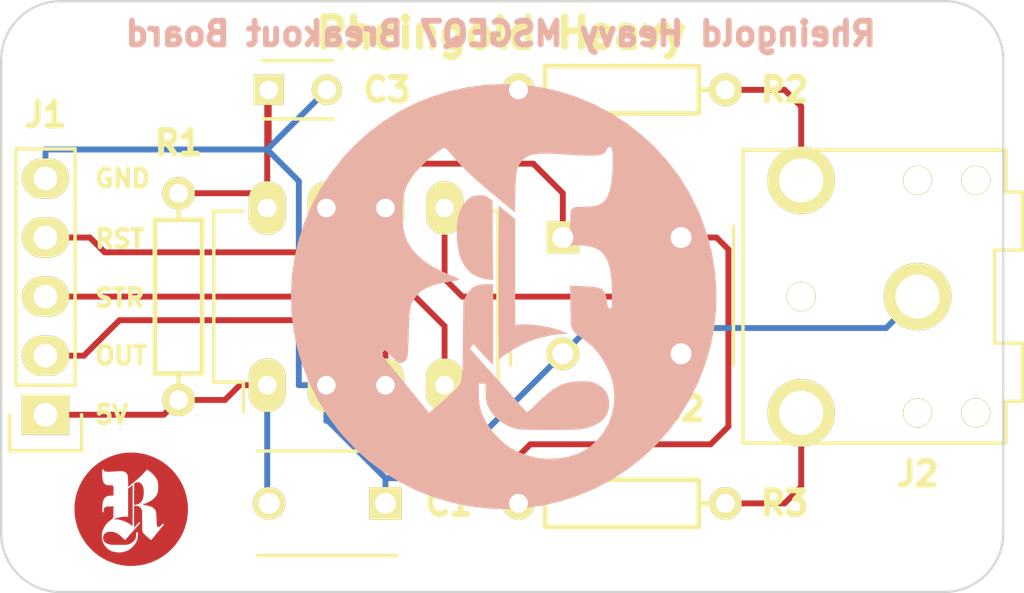
<source format=kicad_pcb>
(kicad_pcb (version 20171130) (host pcbnew "(5.1.12)-1")

  (general
    (thickness 1.6)
    (drawings 15)
    (tracks 78)
    (zones 0)
    (modules 13)
    (nets 12)
  )

  (page A3)
  (layers
    (0 F.Cu signal)
    (31 B.Cu signal)
    (32 B.Adhes user)
    (33 F.Adhes user hide)
    (34 B.Paste user)
    (35 F.Paste user)
    (36 B.SilkS user)
    (37 F.SilkS user)
    (38 B.Mask user)
    (39 F.Mask user)
    (40 Dwgs.User user)
    (41 Cmts.User user)
    (42 Eco1.User user)
    (43 Eco2.User user)
    (44 Edge.Cuts user)
  )

  (setup
    (last_trace_width 0.254)
    (trace_clearance 0.254)
    (zone_clearance 0.254)
    (zone_45_only no)
    (trace_min 0.254)
    (via_size 0.889)
    (via_drill 0.635)
    (via_min_size 0.889)
    (via_min_drill 0.508)
    (uvia_size 0.508)
    (uvia_drill 0.127)
    (uvias_allowed no)
    (uvia_min_size 0.508)
    (uvia_min_drill 0.127)
    (edge_width 0.1)
    (segment_width 0.2)
    (pcb_text_width 0.3)
    (pcb_text_size 1.5 1.5)
    (mod_edge_width 0.15)
    (mod_text_size 1 1)
    (mod_text_width 0.15)
    (pad_size 2.9 2.9)
    (pad_drill 1.9)
    (pad_to_mask_clearance 0)
    (aux_axis_origin 0 0)
    (visible_elements 7FFFFB3F)
    (pcbplotparams
      (layerselection 0x010f0_80000001)
      (usegerberextensions true)
      (usegerberattributes true)
      (usegerberadvancedattributes true)
      (creategerberjobfile true)
      (excludeedgelayer true)
      (linewidth 0.150000)
      (plotframeref false)
      (viasonmask false)
      (mode 1)
      (useauxorigin false)
      (hpglpennumber 1)
      (hpglpenspeed 20)
      (hpglpendiameter 15.000000)
      (psnegative false)
      (psa4output false)
      (plotreference true)
      (plotvalue true)
      (plotinvisibletext false)
      (padsonsilk false)
      (subtractmaskfromsilk false)
      (outputformat 1)
      (mirror false)
      (drillshape 0)
      (scaleselection 1)
      (outputdirectory "Gerbers - Production v2/"))
  )

  (net 0 "")
  (net 1 +5V)
  (net 2 GND)
  (net 3 OUT)
  (net 4 RESET_IN)
  (net 5 STROBE)
  (net 6 "Net-(C2-Pad1)")
  (net 7 "Net-(C2-Pad2)")
  (net 8 "Net-(C3-Pad1)")
  (net 9 "Net-(C4-Pad1)")
  (net 10 "Net-(J2-Pad2)")
  (net 11 "Net-(J2-Pad3)")

  (net_class Default "This is the default net class."
    (clearance 0.254)
    (trace_width 0.254)
    (via_dia 0.889)
    (via_drill 0.635)
    (uvia_dia 0.508)
    (uvia_drill 0.127)
    (add_net +5V)
    (add_net GND)
    (add_net "Net-(C2-Pad1)")
    (add_net "Net-(C2-Pad2)")
    (add_net "Net-(C3-Pad1)")
    (add_net "Net-(C4-Pad1)")
    (add_net "Net-(J2-Pad2)")
    (add_net "Net-(J2-Pad3)")
    (add_net OUT)
    (add_net RESET_IN)
    (add_net STROBE)
  )

  (module 3.5mm_Stereo_Jack_SJ1-3523NG (layer F.Cu) (tedit 563051D9) (tstamp 54CACEDB)
    (at 226.568 141.224 180)
    (path /54669DC4)
    (fp_text reference J2 (at 0 -7.62 180) (layer F.SilkS)
      (effects (font (size 1.016 1.016) (thickness 0.254)))
    )
    (fp_text value STEREO_MINI_JACK (at 0 7.9 180) (layer F.SilkS) hide
      (effects (font (size 1 1) (thickness 0.15)))
    )
    (fp_line (start -3.3 2) (end -4.5 2) (layer F.SilkS) (width 0.15))
    (fp_line (start -3.3 -2) (end -3.3 2) (layer F.SilkS) (width 0.15))
    (fp_line (start -4.5 -2) (end -3.3 -2) (layer F.SilkS) (width 0.15))
    (fp_line (start -4.5 -4.5) (end -4.5 -2) (layer F.SilkS) (width 0.15))
    (fp_line (start -4.5 4.5) (end -4.5 2) (layer F.SilkS) (width 0.15))
    (fp_line (start 7.5 -6.3) (end 7.5 6.3) (layer F.SilkS) (width 0.15))
    (fp_line (start 7.5 -6.3) (end -3.5 -6.3) (layer F.SilkS) (width 0.15))
    (fp_line (start 7.5 6.3) (end -3.5 6.3) (layer F.SilkS) (width 0.15))
    (fp_line (start -3.8 6.3) (end -3.8 4.5) (layer F.SilkS) (width 0.15))
    (fp_line (start -3.5 6.3) (end -3.8 6.3) (layer F.SilkS) (width 0.15))
    (fp_line (start -3.8 4.5) (end -4.5 4.5) (layer F.SilkS) (width 0.15))
    (fp_line (start -3.8 -4.5) (end -3.8 -6.3) (layer F.SilkS) (width 0.15))
    (fp_line (start -3.5 -6.3) (end -3.8 -6.3) (layer F.SilkS) (width 0.15))
    (fp_line (start -3.8 -4.5) (end -4.5 -4.5) (layer F.SilkS) (width 0.15))
    (pad 1 thru_hole circle (at 0 0 180) (size 2.9 2.9) (drill 1.9) (layers *.Cu *.Mask F.SilkS)
      (net 2 GND))
    (pad 2 thru_hole circle (at 5 5 180) (size 2.9 2.9) (drill 1.9) (layers *.Cu *.Mask F.SilkS)
      (net 10 "Net-(J2-Pad2)"))
    (pad 3 thru_hole circle (at 5 -5 180) (size 2.9 2.9) (drill 1.9) (layers *.Cu *.Mask F.SilkS)
      (net 11 "Net-(J2-Pad3)"))
    (pad "" np_thru_hole circle (at 5 0 180) (size 1.25 1.25) (drill 1.2) (layers *.Cu *.Mask F.SilkS))
    (pad "" np_thru_hole circle (at 0 -5 180) (size 1.25 1.25) (drill 1.2) (layers *.Cu *.Mask F.SilkS))
    (pad "" np_thru_hole circle (at 0 5 180) (size 1.25 1.25) (drill 1.2) (layers *.Cu *.Mask F.SilkS))
    (pad "" np_thru_hole circle (at -2.5 5 180) (size 1.25 1.25) (drill 1.2) (layers *.Cu *.Mask F.SilkS))
    (pad "" np_thru_hole circle (at -2.5 -5 180) (size 1.25 1.25) (drill 1.2) (layers *.Cu *.Mask F.SilkS))
  )

  (module Logo_RH_Circle_R__F.Cu_.2in (layer F.Cu) (tedit 0) (tstamp 54CBEFC6)
    (at 192.786 150.368)
    (fp_text reference VAL_3 (at 0 0) (layer F.SilkS) hide
      (effects (font (size 0.381 0.381) (thickness 0.127)))
    )
    (fp_text value REF (at 0 0) (layer F.SilkS) hide
      (effects (font (size 0.381 0.381) (thickness 0.127)))
    )
    (fp_poly (pts (xy 0.53848 -0.72898) (xy 0.5334 -0.60706) (xy 0.51308 -0.50038) (xy 0.4826 -0.40894)
      (xy 0.43942 -0.33274) (xy 0.381 -0.27432) (xy 0.35814 -0.25654) (xy 0.30988 -0.23114)
      (xy 0.25146 -0.21082) (xy 0.19304 -0.19558) (xy 0.15494 -0.19304) (xy 0.12192 -0.19304)
      (xy 0.12446 -0.6477) (xy 0.127 -1.10236) (xy 0.17018 -1.13284) (xy 0.20066 -1.15062)
      (xy 0.22606 -1.16078) (xy 0.25908 -1.16332) (xy 0.27686 -1.16332) (xy 0.33528 -1.15824)
      (xy 0.381 -1.14046) (xy 0.42164 -1.10744) (xy 0.43434 -1.09474) (xy 0.47498 -1.03886)
      (xy 0.508 -0.96774) (xy 0.52832 -0.88392) (xy 0.53594 -0.78232) (xy 0.53848 -0.72898)) (layer F.Cu) (width 0.00254))
    (fp_poly (pts (xy 0.05842 0.0635) (xy 0.05842 0.19304) (xy 0.05842 0.2794) (xy 0.05588 0.71882)
      (xy 0.01524 0.68834) (xy -0.11938 0.59944) (xy -0.25908 0.52832) (xy -0.40132 0.47498)
      (xy -0.54864 0.44196) (xy -0.6096 0.43434) (xy -0.73406 0.42164) (xy -0.68834 0.40386)
      (xy -0.6223 0.37846) (xy -0.54102 0.35814) (xy -0.45466 0.33782) (xy -0.3683 0.32512)
      (xy -0.28702 0.32004) (xy -0.2159 0.3175) (xy -0.19558 0.32004) (xy -0.13208 0.32766)
      (xy -0.13208 -0.28194) (xy -0.13208 -0.889) (xy -0.0381 -0.96774) (xy 0.05588 -1.04394)
      (xy 0.05842 -0.60452) (xy 0.05842 -0.48768) (xy 0.05842 -0.3556) (xy 0.05842 -0.2159)
      (xy 0.05842 -0.07366) (xy 0.05842 0.0635)) (layer F.Cu) (width 0.00254))
    (fp_poly (pts (xy 2.4384 -0.03048) (xy 2.43078 0.1778) (xy 2.40792 0.38354) (xy 2.36474 0.58928)
      (xy 2.30632 0.78994) (xy 2.22758 0.98806) (xy 2.1336 1.17856) (xy 2.0193 1.36398)
      (xy 1.88722 1.53924) (xy 1.84404 1.59258) (xy 1.69672 1.74752) (xy 1.53924 1.88976)
      (xy 1.397 1.99644) (xy 1.397 0.65786) (xy 1.3843 0.63754) (xy 1.38176 0.635)
      (xy 1.36144 0.61214) (xy 1.28778 0.6858) (xy 1.25222 0.72136) (xy 1.22428 0.74422)
      (xy 1.20396 0.75692) (xy 1.18872 0.762) (xy 1.1811 0.762) (xy 1.14554 0.75438)
      (xy 1.1176 0.72644) (xy 1.1049 0.70104) (xy 1.10236 0.6858) (xy 1.09982 0.65024)
      (xy 1.09474 0.60198) (xy 1.0922 0.54102) (xy 1.08966 0.47498) (xy 1.08712 0.41148)
      (xy 1.08458 0.32512) (xy 1.08204 0.25654) (xy 1.0795 0.20066) (xy 1.07442 0.15748)
      (xy 1.06934 0.12446) (xy 1.06172 0.09652) (xy 1.05156 0.07112) (xy 1.03886 0.04826)
      (xy 1.03124 0.03556) (xy 0.99314 -0.01778) (xy 0.94234 -0.0635) (xy 0.87884 -0.1016)
      (xy 0.8001 -0.13208) (xy 0.70358 -0.15748) (xy 0.6096 -0.17272) (xy 0.55626 -0.18034)
      (xy 0.5207 -0.18796) (xy 0.50546 -0.19304) (xy 0.508 -0.20066) (xy 0.52832 -0.21336)
      (xy 0.56642 -0.2286) (xy 0.58928 -0.23876) (xy 0.69596 -0.28448) (xy 0.7874 -0.3302)
      (xy 0.8636 -0.37592) (xy 0.92964 -0.42418) (xy 0.98806 -0.47498) (xy 1.00584 -0.49276)
      (xy 1.05918 -0.5588) (xy 1.09982 -0.62484) (xy 1.1303 -0.6985) (xy 1.14808 -0.78232)
      (xy 1.15824 -0.87884) (xy 1.16078 -0.96012) (xy 1.15824 -1.05918) (xy 1.14808 -1.143)
      (xy 1.1303 -1.2192) (xy 1.10236 -1.28524) (xy 1.06172 -1.35382) (xy 1.01092 -1.4224)
      (xy 0.99568 -1.44018) (xy 0.95758 -1.48082) (xy 0.9144 -1.524) (xy 0.86614 -1.56972)
      (xy 0.82042 -1.61036) (xy 0.7747 -1.64592) (xy 0.73152 -1.6764) (xy 0.70104 -1.69672)
      (xy 0.67818 -1.70688) (xy 0.67564 -1.70688) (xy 0.66548 -1.69926) (xy 0.64516 -1.67894)
      (xy 0.61722 -1.64846) (xy 0.5842 -1.61036) (xy 0.56896 -1.59512) (xy 0.52578 -1.54432)
      (xy 0.48006 -1.49352) (xy 0.4318 -1.44526) (xy 0.37592 -1.39192) (xy 0.31242 -1.33604)
      (xy 0.2413 -1.27254) (xy 0.15494 -1.19888) (xy 0.0762 -1.13284) (xy -0.127 -0.9652)
      (xy -0.13208 -1.18618) (xy -0.13716 -1.27508) (xy -0.1397 -1.3462) (xy -0.14478 -1.40208)
      (xy -0.1524 -1.4478) (xy -0.16256 -1.48336) (xy -0.1778 -1.5113) (xy -0.19558 -1.5367)
      (xy -0.20574 -1.5494) (xy -0.23368 -1.57988) (xy -0.2667 -1.60274) (xy -0.3048 -1.62052)
      (xy -0.34798 -1.63068) (xy -0.40386 -1.6383) (xy -0.4699 -1.64084) (xy -0.55372 -1.6383)
      (xy -0.65278 -1.63322) (xy -0.67056 -1.63068) (xy -0.78486 -1.62306) (xy -0.87884 -1.61798)
      (xy -0.95504 -1.61544) (xy -1.01854 -1.61544) (xy -1.06934 -1.61798) (xy -1.10744 -1.6256)
      (xy -1.13538 -1.63322) (xy -1.1557 -1.64592) (xy -1.17094 -1.66116) (xy -1.1811 -1.68148)
      (xy -1.1938 -1.70688) (xy -1.21158 -1.71704) (xy -1.21412 -1.71704) (xy -1.22682 -1.71196)
      (xy -1.23698 -1.69926) (xy -1.2446 -1.67386) (xy -1.24714 -1.63322) (xy -1.24968 -1.57734)
      (xy -1.24968 -1.54432) (xy -1.24714 -1.43256) (xy -1.23698 -1.3335) (xy -1.22174 -1.24714)
      (xy -1.20142 -1.17856) (xy -1.17602 -1.12522) (xy -1.1557 -1.09982) (xy -1.13284 -1.0795)
      (xy -1.10998 -1.06426) (xy -1.08458 -1.05156) (xy -1.0541 -1.0414) (xy -1.016 -1.03632)
      (xy -0.96266 -1.03124) (xy -0.89916 -1.0287) (xy -0.82042 -1.02616) (xy -0.8001 -1.01854)
      (xy -0.78232 -1.00584) (xy -0.7747 -0.99822) (xy -0.76962 -0.98806) (xy -0.76708 -0.97028)
      (xy -0.76454 -0.94742) (xy -0.762 -0.90932) (xy -0.762 -0.86106) (xy -0.762 -0.79248)
      (xy -0.762 -0.7874) (xy -0.762 -0.58928) (xy -0.8255 -0.58928) (xy -0.87122 -0.58674)
      (xy -0.92456 -0.5842) (xy -0.95758 -0.57912) (xy -1.02616 -0.56388) (xy -1.08204 -0.53848)
      (xy -1.1303 -0.50038) (xy -1.1684 -0.45212) (xy -1.19634 -0.38862) (xy -1.2192 -0.30988)
      (xy -1.2319 -0.2159) (xy -1.23952 -0.10414) (xy -1.23952 -0.03048) (xy -1.23952 0.13208)
      (xy -1.21666 0.13208) (xy -1.20396 0.12954) (xy -1.19634 0.12192) (xy -1.19126 0.10668)
      (xy -1.18364 0.07366) (xy -1.1811 0.0508) (xy -1.17348 0) (xy -1.16332 -0.0381)
      (xy -1.14554 -0.06604) (xy -1.12014 -0.0889) (xy -1.08458 -0.1016) (xy -1.03378 -0.11176)
      (xy -0.96774 -0.11684) (xy -0.9144 -0.11938) (xy -0.762 -0.12446) (xy -0.76454 0.1143)
      (xy -0.76454 0.19304) (xy -0.76708 0.25654) (xy -0.76962 0.3048) (xy -0.7747 0.34036)
      (xy -0.78232 0.37084) (xy -0.79756 0.3937) (xy -0.81788 0.41402) (xy -0.84328 0.43688)
      (xy -0.87884 0.46482) (xy -0.89662 0.47752) (xy -0.93726 0.508) (xy -0.9779 0.54102)
      (xy -1.00838 0.56642) (xy -1.02108 0.57912) (xy -1.07696 0.64008) (xy -1.1303 0.71882)
      (xy -1.17856 0.80518) (xy -1.2192 0.89662) (xy -1.24206 0.95504) (xy -1.2573 1.0287)
      (xy -1.26492 1.11506) (xy -1.26492 1.20396) (xy -1.25222 1.29286) (xy -1.24206 1.34366)
      (xy -1.20142 1.45542) (xy -1.143 1.55448) (xy -1.07442 1.64592) (xy -0.9906 1.71958)
      (xy -0.89662 1.78054) (xy -0.84582 1.8034) (xy -0.74676 1.83388) (xy -0.63754 1.85166)
      (xy -0.52324 1.85928) (xy -0.40894 1.85166) (xy -0.38354 1.84912) (xy -0.28956 1.82626)
      (xy -0.19558 1.79324) (xy -0.10668 1.75006) (xy -0.06858 1.7272) (xy -0.00254 1.6764)
      (xy 0.06604 1.61544) (xy 0.127 1.54432) (xy 0.18034 1.4732) (xy 0.21336 1.41986)
      (xy 0.24384 1.35382) (xy 0.26416 1.2954) (xy 0.27686 1.23444) (xy 0.28194 1.1684)
      (xy 0.28448 1.10998) (xy 0.28448 0.99568) (xy 0.24638 0.99568) (xy 0.20828 0.99568)
      (xy 0.20828 1.09474) (xy 0.2032 1.17348) (xy 0.18796 1.23698) (xy 0.1651 1.29286)
      (xy 0.127 1.3462) (xy 0.10414 1.3716) (xy 0.03302 1.4351) (xy -0.04572 1.48336)
      (xy -0.11684 1.5113) (xy -0.13462 1.51638) (xy -0.15494 1.51892) (xy -0.18034 1.524)
      (xy -0.21082 1.524) (xy -0.25146 1.52654) (xy -0.30226 1.52908) (xy -0.3683 1.52908)
      (xy -0.44704 1.52908) (xy -0.52324 1.52908) (xy -0.61976 1.52908) (xy -0.6985 1.52908)
      (xy -0.762 1.52654) (xy -0.8128 1.52654) (xy -0.85344 1.524) (xy -0.88392 1.52146)
      (xy -0.90932 1.51638) (xy -0.93218 1.51384) (xy -0.93726 1.5113) (xy -1.02616 1.48336)
      (xy -1.09728 1.44526) (xy -1.15062 1.39954) (xy -1.18618 1.3462) (xy -1.20396 1.28016)
      (xy -1.20904 1.22936) (xy -1.20142 1.15824) (xy -1.17602 1.09728) (xy -1.13538 1.04648)
      (xy -1.07696 1.00584) (xy -1.05918 0.99822) (xy -1.03124 0.98552) (xy -1.00584 0.9779)
      (xy -0.97536 0.97282) (xy -0.93726 0.97028) (xy -0.889 0.97028) (xy -0.8128 0.97282)
      (xy -0.74168 0.98298) (xy -0.67818 1.0033) (xy -0.61468 1.03378) (xy -0.54864 1.07442)
      (xy -0.48006 1.12776) (xy -0.40386 1.19888) (xy -0.37592 1.22682) (xy -0.33274 1.26746)
      (xy -0.29972 1.29794) (xy -0.2794 1.31318) (xy -0.26416 1.3208) (xy -0.25908 1.31826)
      (xy -0.24892 1.3081) (xy -0.2286 1.28524) (xy -0.19558 1.24968) (xy -0.15494 1.20396)
      (xy -0.10668 1.14808) (xy -0.0508 1.08458) (xy 0.01016 1.016) (xy 0.06858 0.9525)
      (xy 0.38608 0.5969) (xy 0.3683 0.5715) (xy 0.35052 0.5461) (xy 0.23622 0.66548)
      (xy 0.12192 0.7874) (xy 0.12192 0.32258) (xy 0.12192 -0.14224) (xy 0.20066 -0.14224)
      (xy 0.27178 -0.13716) (xy 0.32766 -0.11938) (xy 0.37338 -0.09144) (xy 0.41148 -0.04572)
      (xy 0.43434 0) (xy 0.46228 0.05588) (xy 0.46736 0.49784) (xy 0.46736 0.6096)
      (xy 0.4699 0.70104) (xy 0.47244 0.77724) (xy 0.47244 0.8382) (xy 0.47498 0.889)
      (xy 0.48006 0.9271) (xy 0.48514 0.95758) (xy 0.49276 0.98044) (xy 0.50038 1.00076)
      (xy 0.51054 1.01854) (xy 0.52578 1.03378) (xy 0.54102 1.05156) (xy 0.54356 1.05664)
      (xy 0.56388 1.07442) (xy 0.59182 1.10236) (xy 0.62738 1.13538) (xy 0.66802 1.17094)
      (xy 0.7112 1.20904) (xy 0.75184 1.2446) (xy 0.78994 1.27762) (xy 0.82296 1.30556)
      (xy 0.84582 1.32334) (xy 0.85598 1.33096) (xy 0.8636 1.3208) (xy 0.88138 1.29794)
      (xy 0.91186 1.26492) (xy 0.94742 1.2192) (xy 0.99314 1.16332) (xy 1.04394 1.10236)
      (xy 1.09982 1.03378) (xy 1.12268 1.00584) (xy 1.17856 0.93726) (xy 1.2319 0.87122)
      (xy 1.28016 0.8128) (xy 1.32334 0.762) (xy 1.35636 0.72136) (xy 1.37922 0.69088)
      (xy 1.39192 0.67564) (xy 1.39446 0.6731) (xy 1.397 0.65786) (xy 1.397 1.99644)
      (xy 1.3716 2.01676) (xy 1.18872 2.12852) (xy 1.00076 2.2225) (xy 0.80518 2.30124)
      (xy 0.59944 2.3622) (xy 0.38862 2.40538) (xy 0.1778 2.43078) (xy -0.03556 2.4384)
      (xy -0.22352 2.42824) (xy -0.44196 2.39776) (xy -0.65532 2.34696) (xy -0.86106 2.27838)
      (xy -1.06172 2.19456) (xy -1.25222 2.09042) (xy -1.43256 1.97358) (xy -1.6002 1.83896)
      (xy -1.75768 1.6891) (xy -1.89992 1.52654) (xy -2.00914 1.37922) (xy -2.12852 1.18618)
      (xy -2.22758 0.9906) (xy -2.30632 0.78486) (xy -2.36728 0.57658) (xy -2.41046 0.36576)
      (xy -2.43332 0.1524) (xy -2.4384 -0.0635) (xy -2.42316 -0.2794) (xy -2.3876 -0.49276)
      (xy -2.33426 -0.70612) (xy -2.25806 -0.9144) (xy -2.22504 -0.99568) (xy -2.12598 -1.1938)
      (xy -2.00914 -1.37922) (xy -1.87706 -1.55448) (xy -1.72974 -1.71704) (xy -1.59258 -1.84404)
      (xy -1.41732 -1.9812) (xy -1.23444 -2.10058) (xy -1.0414 -2.20218) (xy -0.84328 -2.286)
      (xy -0.64008 -2.35204) (xy -0.4318 -2.4003) (xy -0.22098 -2.42824) (xy -0.00762 -2.4384)
      (xy 0.20574 -2.42824) (xy 0.42164 -2.4003) (xy 0.63246 -2.35458) (xy 0.84328 -2.286)
      (xy 0.99568 -2.22504) (xy 1.1938 -2.12598) (xy 1.37922 -2.00914) (xy 1.55448 -1.87706)
      (xy 1.71704 -1.72974) (xy 1.84404 -1.59258) (xy 1.9812 -1.41732) (xy 2.10058 -1.23698)
      (xy 2.20218 -1.04648) (xy 2.28346 -0.8509) (xy 2.3495 -0.65024) (xy 2.39522 -0.44704)
      (xy 2.4257 -0.23876) (xy 2.4384 -0.03048)) (layer F.Cu) (width 0.00254))
  )

  (module Logo_RH_Circle_R__F.Mask_.2in (layer F.Cu) (tedit 0) (tstamp 54CC4D0C)
    (at 192.786 150.368)
    (fp_text reference VAL_2 (at 0 0) (layer F.SilkS) hide
      (effects (font (size 0.381 0.381) (thickness 0.127)))
    )
    (fp_text value REF (at 0 0) (layer F.SilkS) hide
      (effects (font (size 0.381 0.381) (thickness 0.127)))
    )
    (fp_poly (pts (xy 0.53848 -0.72898) (xy 0.5334 -0.60706) (xy 0.51308 -0.50038) (xy 0.4826 -0.40894)
      (xy 0.43942 -0.33274) (xy 0.381 -0.27432) (xy 0.35814 -0.25654) (xy 0.30988 -0.23114)
      (xy 0.25146 -0.21082) (xy 0.19304 -0.19558) (xy 0.15494 -0.19304) (xy 0.12192 -0.19304)
      (xy 0.12446 -0.6477) (xy 0.127 -1.10236) (xy 0.17018 -1.13284) (xy 0.20066 -1.15062)
      (xy 0.22606 -1.16078) (xy 0.25908 -1.16332) (xy 0.27686 -1.16332) (xy 0.33528 -1.15824)
      (xy 0.381 -1.14046) (xy 0.42164 -1.10744) (xy 0.43434 -1.09474) (xy 0.47498 -1.03886)
      (xy 0.508 -0.96774) (xy 0.52832 -0.88392) (xy 0.53594 -0.78232) (xy 0.53848 -0.72898)) (layer F.Mask) (width 0.00254))
    (fp_poly (pts (xy 0.05842 0.0635) (xy 0.05842 0.19304) (xy 0.05842 0.2794) (xy 0.05588 0.71882)
      (xy 0.01524 0.68834) (xy -0.11938 0.59944) (xy -0.25908 0.52832) (xy -0.40132 0.47498)
      (xy -0.54864 0.44196) (xy -0.6096 0.43434) (xy -0.73406 0.42164) (xy -0.68834 0.40386)
      (xy -0.6223 0.37846) (xy -0.54102 0.35814) (xy -0.45466 0.33782) (xy -0.3683 0.32512)
      (xy -0.28702 0.32004) (xy -0.2159 0.3175) (xy -0.19558 0.32004) (xy -0.13208 0.32766)
      (xy -0.13208 -0.28194) (xy -0.13208 -0.889) (xy -0.0381 -0.96774) (xy 0.05588 -1.04394)
      (xy 0.05842 -0.60452) (xy 0.05842 -0.48768) (xy 0.05842 -0.3556) (xy 0.05842 -0.2159)
      (xy 0.05842 -0.07366) (xy 0.05842 0.0635)) (layer F.Mask) (width 0.00254))
    (fp_poly (pts (xy 2.4384 -0.03048) (xy 2.43078 0.1778) (xy 2.40792 0.38354) (xy 2.36474 0.58928)
      (xy 2.30632 0.78994) (xy 2.22758 0.98806) (xy 2.1336 1.17856) (xy 2.0193 1.36398)
      (xy 1.88722 1.53924) (xy 1.84404 1.59258) (xy 1.69672 1.74752) (xy 1.53924 1.88976)
      (xy 1.397 1.99644) (xy 1.397 0.65786) (xy 1.3843 0.63754) (xy 1.38176 0.635)
      (xy 1.36144 0.61214) (xy 1.28778 0.6858) (xy 1.25222 0.72136) (xy 1.22428 0.74422)
      (xy 1.20396 0.75692) (xy 1.18872 0.762) (xy 1.1811 0.762) (xy 1.14554 0.75438)
      (xy 1.1176 0.72644) (xy 1.1049 0.70104) (xy 1.10236 0.6858) (xy 1.09982 0.65024)
      (xy 1.09474 0.60198) (xy 1.0922 0.54102) (xy 1.08966 0.47498) (xy 1.08712 0.41148)
      (xy 1.08458 0.32512) (xy 1.08204 0.25654) (xy 1.0795 0.20066) (xy 1.07442 0.15748)
      (xy 1.06934 0.12446) (xy 1.06172 0.09652) (xy 1.05156 0.07112) (xy 1.03886 0.04826)
      (xy 1.03124 0.03556) (xy 0.99314 -0.01778) (xy 0.94234 -0.0635) (xy 0.87884 -0.1016)
      (xy 0.8001 -0.13208) (xy 0.70358 -0.15748) (xy 0.6096 -0.17272) (xy 0.55626 -0.18034)
      (xy 0.5207 -0.18796) (xy 0.50546 -0.19304) (xy 0.508 -0.20066) (xy 0.52832 -0.21336)
      (xy 0.56642 -0.2286) (xy 0.58928 -0.23876) (xy 0.69596 -0.28448) (xy 0.7874 -0.3302)
      (xy 0.8636 -0.37592) (xy 0.92964 -0.42418) (xy 0.98806 -0.47498) (xy 1.00584 -0.49276)
      (xy 1.05918 -0.5588) (xy 1.09982 -0.62484) (xy 1.1303 -0.6985) (xy 1.14808 -0.78232)
      (xy 1.15824 -0.87884) (xy 1.16078 -0.96012) (xy 1.15824 -1.05918) (xy 1.14808 -1.143)
      (xy 1.1303 -1.2192) (xy 1.10236 -1.28524) (xy 1.06172 -1.35382) (xy 1.01092 -1.4224)
      (xy 0.99568 -1.44018) (xy 0.95758 -1.48082) (xy 0.9144 -1.524) (xy 0.86614 -1.56972)
      (xy 0.82042 -1.61036) (xy 0.7747 -1.64592) (xy 0.73152 -1.6764) (xy 0.70104 -1.69672)
      (xy 0.67818 -1.70688) (xy 0.67564 -1.70688) (xy 0.66548 -1.69926) (xy 0.64516 -1.67894)
      (xy 0.61722 -1.64846) (xy 0.5842 -1.61036) (xy 0.56896 -1.59512) (xy 0.52578 -1.54432)
      (xy 0.48006 -1.49352) (xy 0.4318 -1.44526) (xy 0.37592 -1.39192) (xy 0.31242 -1.33604)
      (xy 0.2413 -1.27254) (xy 0.15494 -1.19888) (xy 0.0762 -1.13284) (xy -0.127 -0.9652)
      (xy -0.13208 -1.18618) (xy -0.13716 -1.27508) (xy -0.1397 -1.3462) (xy -0.14478 -1.40208)
      (xy -0.1524 -1.4478) (xy -0.16256 -1.48336) (xy -0.1778 -1.5113) (xy -0.19558 -1.5367)
      (xy -0.20574 -1.5494) (xy -0.23368 -1.57988) (xy -0.2667 -1.60274) (xy -0.3048 -1.62052)
      (xy -0.34798 -1.63068) (xy -0.40386 -1.6383) (xy -0.4699 -1.64084) (xy -0.55372 -1.6383)
      (xy -0.65278 -1.63322) (xy -0.67056 -1.63068) (xy -0.78486 -1.62306) (xy -0.87884 -1.61798)
      (xy -0.95504 -1.61544) (xy -1.01854 -1.61544) (xy -1.06934 -1.61798) (xy -1.10744 -1.6256)
      (xy -1.13538 -1.63322) (xy -1.1557 -1.64592) (xy -1.17094 -1.66116) (xy -1.1811 -1.68148)
      (xy -1.1938 -1.70688) (xy -1.21158 -1.71704) (xy -1.21412 -1.71704) (xy -1.22682 -1.71196)
      (xy -1.23698 -1.69926) (xy -1.2446 -1.67386) (xy -1.24714 -1.63322) (xy -1.24968 -1.57734)
      (xy -1.24968 -1.54432) (xy -1.24714 -1.43256) (xy -1.23698 -1.3335) (xy -1.22174 -1.24714)
      (xy -1.20142 -1.17856) (xy -1.17602 -1.12522) (xy -1.1557 -1.09982) (xy -1.13284 -1.0795)
      (xy -1.10998 -1.06426) (xy -1.08458 -1.05156) (xy -1.0541 -1.0414) (xy -1.016 -1.03632)
      (xy -0.96266 -1.03124) (xy -0.89916 -1.0287) (xy -0.82042 -1.02616) (xy -0.8001 -1.01854)
      (xy -0.78232 -1.00584) (xy -0.7747 -0.99822) (xy -0.76962 -0.98806) (xy -0.76708 -0.97028)
      (xy -0.76454 -0.94742) (xy -0.762 -0.90932) (xy -0.762 -0.86106) (xy -0.762 -0.79248)
      (xy -0.762 -0.7874) (xy -0.762 -0.58928) (xy -0.8255 -0.58928) (xy -0.87122 -0.58674)
      (xy -0.92456 -0.5842) (xy -0.95758 -0.57912) (xy -1.02616 -0.56388) (xy -1.08204 -0.53848)
      (xy -1.1303 -0.50038) (xy -1.1684 -0.45212) (xy -1.19634 -0.38862) (xy -1.2192 -0.30988)
      (xy -1.2319 -0.2159) (xy -1.23952 -0.10414) (xy -1.23952 -0.03048) (xy -1.23952 0.13208)
      (xy -1.21666 0.13208) (xy -1.20396 0.12954) (xy -1.19634 0.12192) (xy -1.19126 0.10668)
      (xy -1.18364 0.07366) (xy -1.1811 0.0508) (xy -1.17348 0) (xy -1.16332 -0.0381)
      (xy -1.14554 -0.06604) (xy -1.12014 -0.0889) (xy -1.08458 -0.1016) (xy -1.03378 -0.11176)
      (xy -0.96774 -0.11684) (xy -0.9144 -0.11938) (xy -0.762 -0.12446) (xy -0.76454 0.1143)
      (xy -0.76454 0.19304) (xy -0.76708 0.25654) (xy -0.76962 0.3048) (xy -0.7747 0.34036)
      (xy -0.78232 0.37084) (xy -0.79756 0.3937) (xy -0.81788 0.41402) (xy -0.84328 0.43688)
      (xy -0.87884 0.46482) (xy -0.89662 0.47752) (xy -0.93726 0.508) (xy -0.9779 0.54102)
      (xy -1.00838 0.56642) (xy -1.02108 0.57912) (xy -1.07696 0.64008) (xy -1.1303 0.71882)
      (xy -1.17856 0.80518) (xy -1.2192 0.89662) (xy -1.24206 0.95504) (xy -1.2573 1.0287)
      (xy -1.26492 1.11506) (xy -1.26492 1.20396) (xy -1.25222 1.29286) (xy -1.24206 1.34366)
      (xy -1.20142 1.45542) (xy -1.143 1.55448) (xy -1.07442 1.64592) (xy -0.9906 1.71958)
      (xy -0.89662 1.78054) (xy -0.84582 1.8034) (xy -0.74676 1.83388) (xy -0.63754 1.85166)
      (xy -0.52324 1.85928) (xy -0.40894 1.85166) (xy -0.38354 1.84912) (xy -0.28956 1.82626)
      (xy -0.19558 1.79324) (xy -0.10668 1.75006) (xy -0.06858 1.7272) (xy -0.00254 1.6764)
      (xy 0.06604 1.61544) (xy 0.127 1.54432) (xy 0.18034 1.4732) (xy 0.21336 1.41986)
      (xy 0.24384 1.35382) (xy 0.26416 1.2954) (xy 0.27686 1.23444) (xy 0.28194 1.1684)
      (xy 0.28448 1.10998) (xy 0.28448 0.99568) (xy 0.24638 0.99568) (xy 0.20828 0.99568)
      (xy 0.20828 1.09474) (xy 0.2032 1.17348) (xy 0.18796 1.23698) (xy 0.1651 1.29286)
      (xy 0.127 1.3462) (xy 0.10414 1.3716) (xy 0.03302 1.4351) (xy -0.04572 1.48336)
      (xy -0.11684 1.5113) (xy -0.13462 1.51638) (xy -0.15494 1.51892) (xy -0.18034 1.524)
      (xy -0.21082 1.524) (xy -0.25146 1.52654) (xy -0.30226 1.52908) (xy -0.3683 1.52908)
      (xy -0.44704 1.52908) (xy -0.52324 1.52908) (xy -0.61976 1.52908) (xy -0.6985 1.52908)
      (xy -0.762 1.52654) (xy -0.8128 1.52654) (xy -0.85344 1.524) (xy -0.88392 1.52146)
      (xy -0.90932 1.51638) (xy -0.93218 1.51384) (xy -0.93726 1.5113) (xy -1.02616 1.48336)
      (xy -1.09728 1.44526) (xy -1.15062 1.39954) (xy -1.18618 1.3462) (xy -1.20396 1.28016)
      (xy -1.20904 1.22936) (xy -1.20142 1.15824) (xy -1.17602 1.09728) (xy -1.13538 1.04648)
      (xy -1.07696 1.00584) (xy -1.05918 0.99822) (xy -1.03124 0.98552) (xy -1.00584 0.9779)
      (xy -0.97536 0.97282) (xy -0.93726 0.97028) (xy -0.889 0.97028) (xy -0.8128 0.97282)
      (xy -0.74168 0.98298) (xy -0.67818 1.0033) (xy -0.61468 1.03378) (xy -0.54864 1.07442)
      (xy -0.48006 1.12776) (xy -0.40386 1.19888) (xy -0.37592 1.22682) (xy -0.33274 1.26746)
      (xy -0.29972 1.29794) (xy -0.2794 1.31318) (xy -0.26416 1.3208) (xy -0.25908 1.31826)
      (xy -0.24892 1.3081) (xy -0.2286 1.28524) (xy -0.19558 1.24968) (xy -0.15494 1.20396)
      (xy -0.10668 1.14808) (xy -0.0508 1.08458) (xy 0.01016 1.016) (xy 0.06858 0.9525)
      (xy 0.38608 0.5969) (xy 0.3683 0.5715) (xy 0.35052 0.5461) (xy 0.23622 0.66548)
      (xy 0.12192 0.7874) (xy 0.12192 0.32258) (xy 0.12192 -0.14224) (xy 0.20066 -0.14224)
      (xy 0.27178 -0.13716) (xy 0.32766 -0.11938) (xy 0.37338 -0.09144) (xy 0.41148 -0.04572)
      (xy 0.43434 0) (xy 0.46228 0.05588) (xy 0.46736 0.49784) (xy 0.46736 0.6096)
      (xy 0.4699 0.70104) (xy 0.47244 0.77724) (xy 0.47244 0.8382) (xy 0.47498 0.889)
      (xy 0.48006 0.9271) (xy 0.48514 0.95758) (xy 0.49276 0.98044) (xy 0.50038 1.00076)
      (xy 0.51054 1.01854) (xy 0.52578 1.03378) (xy 0.54102 1.05156) (xy 0.54356 1.05664)
      (xy 0.56388 1.07442) (xy 0.59182 1.10236) (xy 0.62738 1.13538) (xy 0.66802 1.17094)
      (xy 0.7112 1.20904) (xy 0.75184 1.2446) (xy 0.78994 1.27762) (xy 0.82296 1.30556)
      (xy 0.84582 1.32334) (xy 0.85598 1.33096) (xy 0.8636 1.3208) (xy 0.88138 1.29794)
      (xy 0.91186 1.26492) (xy 0.94742 1.2192) (xy 0.99314 1.16332) (xy 1.04394 1.10236)
      (xy 1.09982 1.03378) (xy 1.12268 1.00584) (xy 1.17856 0.93726) (xy 1.2319 0.87122)
      (xy 1.28016 0.8128) (xy 1.32334 0.762) (xy 1.35636 0.72136) (xy 1.37922 0.69088)
      (xy 1.39192 0.67564) (xy 1.39446 0.6731) (xy 1.397 0.65786) (xy 1.397 1.99644)
      (xy 1.3716 2.01676) (xy 1.18872 2.12852) (xy 1.00076 2.2225) (xy 0.80518 2.30124)
      (xy 0.59944 2.3622) (xy 0.38862 2.40538) (xy 0.1778 2.43078) (xy -0.03556 2.4384)
      (xy -0.22352 2.42824) (xy -0.44196 2.39776) (xy -0.65532 2.34696) (xy -0.86106 2.27838)
      (xy -1.06172 2.19456) (xy -1.25222 2.09042) (xy -1.43256 1.97358) (xy -1.6002 1.83896)
      (xy -1.75768 1.6891) (xy -1.89992 1.52654) (xy -2.00914 1.37922) (xy -2.12852 1.18618)
      (xy -2.22758 0.9906) (xy -2.30632 0.78486) (xy -2.36728 0.57658) (xy -2.41046 0.36576)
      (xy -2.43332 0.1524) (xy -2.4384 -0.0635) (xy -2.42316 -0.2794) (xy -2.3876 -0.49276)
      (xy -2.33426 -0.70612) (xy -2.25806 -0.9144) (xy -2.22504 -0.99568) (xy -2.12598 -1.1938)
      (xy -2.00914 -1.37922) (xy -1.87706 -1.55448) (xy -1.72974 -1.71704) (xy -1.59258 -1.84404)
      (xy -1.41732 -1.9812) (xy -1.23444 -2.10058) (xy -1.0414 -2.20218) (xy -0.84328 -2.286)
      (xy -0.64008 -2.35204) (xy -0.4318 -2.4003) (xy -0.22098 -2.42824) (xy -0.00762 -2.4384)
      (xy 0.20574 -2.42824) (xy 0.42164 -2.4003) (xy 0.63246 -2.35458) (xy 0.84328 -2.286)
      (xy 0.99568 -2.22504) (xy 1.1938 -2.12598) (xy 1.37922 -2.00914) (xy 1.55448 -1.87706)
      (xy 1.71704 -1.72974) (xy 1.84404 -1.59258) (xy 1.9812 -1.41732) (xy 2.10058 -1.23698)
      (xy 2.20218 -1.04648) (xy 2.28346 -0.8509) (xy 2.3495 -0.65024) (xy 2.39522 -0.44704)
      (xy 2.4257 -0.23876) (xy 2.4384 -0.03048)) (layer F.Mask) (width 0.00254))
  )

  (module Logo_RH_Circle_R_B.SilkS_.750in_flipped (layer F.Cu) (tedit 0) (tstamp 54CCAA77)
    (at 208.788 141.224)
    (fp_text reference VAL (at 0 0) (layer F.SilkS) hide
      (effects (font (size 0.381 0.381) (thickness 0.127)))
    )
    (fp_text value REF (at 0 0) (layer F.SilkS) hide
      (effects (font (size 0.381 0.381) (thickness 0.127)))
    )
    (fp_poly (pts (xy -2.0193 -2.73812) (xy -1.99644 -2.27584) (xy -1.92532 -1.87452) (xy -1.80848 -1.53416)
      (xy -1.64338 -1.25222) (xy -1.43002 -1.0287) (xy -1.34366 -0.96266) (xy -1.16332 -0.86614)
      (xy -0.94488 -0.7874) (xy -0.72644 -0.7366) (xy -0.58166 -0.7239) (xy -0.4572 -0.7239)
      (xy -0.46736 -2.42824) (xy -0.47752 -4.13004) (xy -0.64008 -4.24688) (xy -0.7493 -4.31292)
      (xy -0.84836 -4.34848) (xy -0.97282 -4.35864) (xy -1.0414 -4.35864) (xy -1.25476 -4.33832)
      (xy -1.42494 -4.27482) (xy -1.57988 -4.15544) (xy -1.62306 -4.10972) (xy -1.78308 -3.89382)
      (xy -1.89992 -3.62966) (xy -1.97866 -3.31216) (xy -2.01422 -2.9337) (xy -2.0193 -2.73812)) (layer B.SilkS) (width 0.00254))
    (fp_poly (pts (xy -0.22352 0.23876) (xy -0.22098 0.72136) (xy -0.21844 1.04394) (xy -0.20828 2.70002)
      (xy -0.05842 2.58318) (xy 0.44704 2.2479) (xy 0.96774 1.97866) (xy 1.50876 1.78308)
      (xy 2.0574 1.65862) (xy 2.28346 1.63068) (xy 2.75336 1.58496) (xy 2.58572 1.51384)
      (xy 2.32918 1.41986) (xy 2.02946 1.33858) (xy 1.70688 1.27) (xy 1.38176 1.22428)
      (xy 1.07696 1.19634) (xy 0.8128 1.1938) (xy 0.73406 1.20142) (xy 0.4953 1.22428)
      (xy 0.49276 -1.0541) (xy 0.49276 -3.33502) (xy 0.1397 -3.62458) (xy -0.20828 -3.91922)
      (xy -0.21844 -2.26314) (xy -0.22098 -1.82626) (xy -0.22352 -1.3335) (xy -0.22352 -0.81026)
      (xy -0.22352 -0.2794) (xy -0.22352 0.23876)) (layer B.SilkS) (width 0.00254))
    (fp_poly (pts (xy -9.14146 -0.11938) (xy -9.1186 0.66294) (xy -9.02716 1.44018) (xy -8.86968 2.2098)
      (xy -8.64616 2.96418) (xy -8.3566 3.70332) (xy -7.99846 4.42214) (xy -7.57174 5.11302)
      (xy -7.08152 5.77342) (xy -6.91896 5.96646) (xy -6.36778 6.55828) (xy -5.77596 7.0866)
      (xy -5.24002 7.48538) (xy -5.24002 2.46634) (xy -5.18922 2.39014) (xy -5.18414 2.38506)
      (xy -5.10032 2.29616) (xy -4.826 2.57556) (xy -4.69138 2.71018) (xy -4.59486 2.794)
      (xy -4.51866 2.83972) (xy -4.45262 2.8575) (xy -4.42976 2.8575) (xy -4.29514 2.82448)
      (xy -4.191 2.72288) (xy -4.14528 2.63144) (xy -4.13258 2.56794) (xy -4.11988 2.4384)
      (xy -4.10718 2.25806) (xy -4.09448 2.032) (xy -4.08432 1.778) (xy -4.0767 1.54432)
      (xy -4.06654 1.21666) (xy -4.05638 0.95758) (xy -4.04368 0.75184) (xy -4.02844 0.59182)
      (xy -4.00558 0.46482) (xy -3.97764 0.36068) (xy -3.94208 0.26924) (xy -3.89636 0.18034)
      (xy -3.87096 0.13716) (xy -3.72364 -0.06858) (xy -3.53314 -0.23876) (xy -3.29184 -0.37846)
      (xy -2.9972 -0.4953) (xy -2.6416 -0.58674) (xy -2.286 -0.65024) (xy -2.08026 -0.68072)
      (xy -1.95072 -0.70358) (xy -1.8923 -0.72644) (xy -1.90246 -0.75692) (xy -1.97866 -0.79756)
      (xy -2.12344 -0.85852) (xy -2.2098 -0.89154) (xy -2.61366 -1.06426) (xy -2.95148 -1.23444)
      (xy -3.24104 -1.40716) (xy -3.48742 -1.5875) (xy -3.70332 -1.78308) (xy -3.76682 -1.84912)
      (xy -3.97002 -2.09296) (xy -4.12496 -2.34696) (xy -4.23418 -2.62128) (xy -4.30784 -2.9337)
      (xy -4.3434 -3.29438) (xy -4.35356 -3.60172) (xy -4.3434 -3.9751) (xy -4.30784 -4.29006)
      (xy -4.23926 -4.56946) (xy -4.13512 -4.82346) (xy -3.98526 -5.07238) (xy -3.78968 -5.334)
      (xy -3.72872 -5.40512) (xy -3.59156 -5.55498) (xy -3.429 -5.71754) (xy -3.2512 -5.88264)
      (xy -3.0734 -6.03758) (xy -2.90068 -6.17474) (xy -2.74828 -6.28904) (xy -2.62382 -6.36778)
      (xy -2.54254 -6.4008) (xy -2.53238 -6.4008) (xy -2.49682 -6.37286) (xy -2.42062 -6.2992)
      (xy -2.31394 -6.1849) (xy -2.18948 -6.04266) (xy -2.13614 -5.97916) (xy -1.97104 -5.78866)
      (xy -1.80086 -5.60578) (xy -1.61544 -5.41782) (xy -1.4097 -5.22478) (xy -1.17602 -5.00888)
      (xy -0.90424 -4.77012) (xy -0.5842 -4.50088) (xy -0.28702 -4.25196) (xy 0.47752 -3.61696)
      (xy 0.50038 -4.44754) (xy 0.51054 -4.78028) (xy 0.52578 -5.04698) (xy 0.5461 -5.26034)
      (xy 0.57658 -5.42798) (xy 0.61468 -5.56006) (xy 0.66548 -5.66928) (xy 0.73152 -5.7658)
      (xy 0.76962 -5.81406) (xy 0.87884 -5.92328) (xy 0.99822 -6.00964) (xy 1.13792 -6.07314)
      (xy 1.30556 -6.11632) (xy 1.51384 -6.14172) (xy 1.7653 -6.14934) (xy 2.07518 -6.14426)
      (xy 2.44856 -6.1214) (xy 2.5146 -6.11632) (xy 2.93878 -6.09092) (xy 3.29438 -6.0706)
      (xy 3.58648 -6.06044) (xy 3.8227 -6.06044) (xy 4.00812 -6.0706) (xy 4.15036 -6.09346)
      (xy 4.25958 -6.12648) (xy 4.33578 -6.1722) (xy 4.38912 -6.23062) (xy 4.42468 -6.30428)
      (xy 4.42722 -6.30936) (xy 4.47802 -6.40588) (xy 4.5466 -6.4389) (xy 4.55676 -6.4389)
      (xy 4.60502 -6.42366) (xy 4.64058 -6.37286) (xy 4.66344 -6.27634) (xy 4.67868 -6.12648)
      (xy 4.6863 -5.91566) (xy 4.6863 -5.7912) (xy 4.6736 -5.3721) (xy 4.63804 -4.99618)
      (xy 4.58216 -4.67614) (xy 4.50596 -4.41706) (xy 4.41198 -4.21894) (xy 4.33578 -4.12496)
      (xy 4.24942 -4.04622) (xy 4.16306 -3.9878) (xy 4.06908 -3.94208) (xy 3.95478 -3.90906)
      (xy 3.80746 -3.88366) (xy 3.61442 -3.86842) (xy 3.36804 -3.85826) (xy 3.07594 -3.85064)
      (xy 3.00228 -3.8227) (xy 2.9337 -3.7719) (xy 2.9083 -3.74142) (xy 2.88798 -3.70078)
      (xy 2.87528 -3.63982) (xy 2.86512 -3.54838) (xy 2.86004 -3.41376) (xy 2.8575 -3.2258)
      (xy 2.8575 -2.97434) (xy 2.8575 -2.95148) (xy 2.8575 -2.2098) (xy 3.09626 -2.2098)
      (xy 3.26898 -2.20218) (xy 3.46456 -2.18694) (xy 3.59156 -2.1717) (xy 3.8481 -2.11328)
      (xy 4.06146 -2.0193) (xy 4.23926 -1.8796) (xy 4.37896 -1.69418) (xy 4.49072 -1.45796)
      (xy 4.56946 -1.16332) (xy 4.61772 -0.80772) (xy 4.64312 -0.38862) (xy 4.6482 -0.10922)
      (xy 4.6482 0.4953) (xy 4.5593 0.4953) (xy 4.51612 0.49022) (xy 4.48564 0.46228)
      (xy 4.46278 0.39624) (xy 4.44246 0.2794) (xy 4.4323 0.1905) (xy 4.40182 0.00254)
      (xy 4.35864 -0.14224) (xy 4.29514 -0.25146) (xy 4.19862 -0.3302) (xy 4.064 -0.381)
      (xy 3.87604 -0.41402) (xy 3.6322 -0.43434) (xy 3.42392 -0.44704) (xy 2.85242 -0.4699)
      (xy 2.86512 0.42926) (xy 2.8702 0.72898) (xy 2.87274 0.96012) (xy 2.8829 1.143)
      (xy 2.90322 1.28016) (xy 2.93878 1.38684) (xy 2.98958 1.47574) (xy 3.06324 1.55702)
      (xy 3.16484 1.64084) (xy 3.29438 1.73736) (xy 3.36296 1.7907) (xy 3.5179 1.91008)
      (xy 3.66268 2.02692) (xy 3.78206 2.12598) (xy 3.83032 2.1717) (xy 4.0386 2.40284)
      (xy 4.23926 2.6924) (xy 4.42214 3.01752) (xy 4.57454 3.35788) (xy 4.65328 3.58394)
      (xy 4.71678 3.86334) (xy 4.74472 4.18338) (xy 4.73964 4.51866) (xy 4.699 4.84378)
      (xy 4.65328 5.0419) (xy 4.50342 5.45592) (xy 4.29006 5.83438) (xy 4.0259 6.16712)
      (xy 3.71602 6.44906) (xy 3.36296 6.67512) (xy 3.16738 6.76402) (xy 2.80162 6.87832)
      (xy 2.39268 6.94944) (xy 1.96596 6.9723) (xy 1.53416 6.94436) (xy 1.43764 6.92912)
      (xy 1.08712 6.85038) (xy 0.72898 6.72338) (xy 0.39624 6.56336) (xy 0.25654 6.47954)
      (xy 0.00508 6.28904) (xy -0.24638 6.05536) (xy -0.48006 5.79628) (xy -0.67564 5.52958)
      (xy -0.79756 5.32384) (xy -0.9144 5.07492) (xy -0.9906 4.85394) (xy -1.03886 4.63296)
      (xy -1.06172 4.38404) (xy -1.0668 4.16306) (xy -1.0668 3.7338) (xy -0.92456 3.7338)
      (xy -0.77978 3.7338) (xy -0.77724 4.10464) (xy -0.75946 4.39674) (xy -0.70866 4.63804)
      (xy -0.61722 4.84632) (xy -0.48006 5.04698) (xy -0.3937 5.1435) (xy -0.127 5.3848)
      (xy 0.17526 5.56514) (xy 0.43688 5.6642) (xy 0.508 5.68198) (xy 0.5842 5.69976)
      (xy 0.67564 5.70992) (xy 0.79248 5.72008) (xy 0.94234 5.72516) (xy 1.13284 5.73024)
      (xy 1.37668 5.73278) (xy 1.68148 5.73278) (xy 1.96342 5.73278) (xy 2.3241 5.73278)
      (xy 2.62128 5.73024) (xy 2.8575 5.7277) (xy 3.048 5.72262) (xy 3.19532 5.715)
      (xy 3.3147 5.70484) (xy 3.40868 5.6896) (xy 3.4925 5.67182) (xy 3.51536 5.66674)
      (xy 3.85064 5.55752) (xy 4.1148 5.42036) (xy 4.31292 5.25018) (xy 4.44754 5.04444)
      (xy 4.51866 4.80314) (xy 4.5339 4.6101) (xy 4.50342 4.33832) (xy 4.41452 4.1148)
      (xy 4.26212 3.92684) (xy 4.04368 3.77698) (xy 3.97256 3.74142) (xy 3.86588 3.69316)
      (xy 3.76936 3.66522) (xy 3.66014 3.64744) (xy 3.52044 3.63982) (xy 3.33502 3.63982)
      (xy 3.04546 3.64998) (xy 2.78384 3.69062) (xy 2.54 3.76174) (xy 2.30378 3.8735)
      (xy 2.06248 4.02844) (xy 1.8034 4.23418) (xy 1.51892 4.49326) (xy 1.4097 4.5974)
      (xy 1.24714 4.75488) (xy 1.12776 4.8641) (xy 1.04648 4.9276) (xy 0.99568 4.95046)
      (xy 0.96774 4.94284) (xy 0.93472 4.90474) (xy 0.85598 4.81584) (xy 0.73406 4.68376)
      (xy 0.58166 4.51104) (xy 0.39624 4.3053) (xy 0.18796 4.06908) (xy -0.04064 3.81508)
      (xy -0.26162 3.5687) (xy -1.44526 2.24028) (xy -1.38176 2.14376) (xy -1.31572 2.0447)
      (xy -0.88646 2.49936) (xy -0.4572 2.95148) (xy -0.4572 1.20904) (xy -0.4572 -0.5334)
      (xy -0.75184 -0.5334) (xy -1.01854 -0.51308) (xy -1.2319 -0.45212) (xy -1.39954 -0.34036)
      (xy -1.54178 -0.17018) (xy -1.63322 0) (xy -1.73482 0.20828) (xy -1.7526 1.8669)
      (xy -1.75768 2.28346) (xy -1.76022 2.6289) (xy -1.76784 2.91592) (xy -1.77546 3.14452)
      (xy -1.78562 3.32994) (xy -1.80086 3.47726) (xy -1.81864 3.58902) (xy -1.84404 3.68046)
      (xy -1.87706 3.75412) (xy -1.9177 3.81762) (xy -1.96596 3.87858) (xy -2.02692 3.94462)
      (xy -2.04216 3.95986) (xy -2.11074 4.03098) (xy -2.21742 4.13258) (xy -2.35458 4.25704)
      (xy -2.50444 4.3942) (xy -2.66446 4.53644) (xy -2.82194 4.67106) (xy -2.96418 4.79298)
      (xy -3.08356 4.89204) (xy -3.16992 4.96062) (xy -3.2131 4.98602) (xy -3.2385 4.95554)
      (xy -3.30962 4.86918) (xy -3.4163 4.73964) (xy -3.556 4.56946) (xy -3.72364 4.36372)
      (xy -3.9116 4.13258) (xy -4.11988 3.87858) (xy -4.20878 3.7719) (xy -4.42468 3.51028)
      (xy -4.6228 3.26644) (xy -4.80314 3.04546) (xy -4.96062 2.85496) (xy -5.08508 2.70002)
      (xy -5.17398 2.5908) (xy -5.22478 2.53238) (xy -5.22986 2.52222) (xy -5.24002 2.46634)
      (xy -5.24002 7.48538) (xy -5.13842 7.56158) (xy -4.4577 7.98322) (xy -3.75666 8.33628)
      (xy -3.01752 8.62838) (xy -2.25044 8.85698) (xy -1.46304 9.01954) (xy -0.66548 9.11352)
      (xy 0.13208 9.14146) (xy 0.8382 9.10336) (xy 1.65862 8.98652) (xy 2.45872 8.8011)
      (xy 3.23342 8.5471) (xy 3.98018 8.22706) (xy 4.69392 7.84352) (xy 5.36956 7.39902)
      (xy 6.00202 6.8961) (xy 6.58876 6.3373) (xy 7.1247 5.7277) (xy 7.53872 5.16636)
      (xy 7.97814 4.45262) (xy 8.34898 3.71094) (xy 8.65124 2.9464) (xy 8.87984 2.16662)
      (xy 9.03986 1.3716) (xy 9.12622 0.56896) (xy 9.14146 -0.23876) (xy 9.08304 -1.04648)
      (xy 8.9535 -1.85166) (xy 8.7503 -2.64668) (xy 8.4709 -3.43154) (xy 8.3439 -3.7338)
      (xy 7.97306 -4.47548) (xy 7.53872 -5.17398) (xy 7.04088 -5.8293) (xy 6.48208 -6.44398)
      (xy 5.969 -6.91896) (xy 5.31622 -7.43204) (xy 4.62788 -7.88162) (xy 3.90906 -8.26262)
      (xy 3.16738 -8.57504) (xy 2.4003 -8.82142) (xy 1.62052 -8.99668) (xy 0.82804 -9.10336)
      (xy 0.02794 -9.14146) (xy -0.77724 -9.10844) (xy -1.57734 -9.0043) (xy -2.37236 -8.8265)
      (xy -3.15722 -8.57758) (xy -3.7338 -8.3439) (xy -4.47548 -7.97306) (xy -5.17398 -7.53872)
      (xy -5.8293 -7.04088) (xy -6.44398 -6.48208) (xy -6.91896 -5.969) (xy -7.4295 -5.31622)
      (xy -7.87654 -4.6355) (xy -8.25246 -3.9243) (xy -8.56488 -3.19278) (xy -8.80872 -2.44094)
      (xy -8.98652 -1.67386) (xy -9.09828 -0.89916) (xy -9.14146 -0.11938)) (layer B.SilkS) (width 0.00254))
  )

  (module Capacitors_ThroughHole:C_Disc_D3_P2.5 (layer F.Cu) (tedit 56305239) (tstamp 563051F8)
    (at 198.692 132.334)
    (descr "Capacitor 3mm Disc, Pitch 2.5mm")
    (tags Capacitor)
    (path /545E89A7)
    (fp_text reference C3 (at 5.08 0) (layer F.SilkS)
      (effects (font (size 1.016 1.016) (thickness 0.254)))
    )
    (fp_text value 33pF (at 1.25 2.5) (layer F.Fab) hide
      (effects (font (size 1 1) (thickness 0.15)))
    )
    (fp_line (start 2.75 1.25) (end -0.25 1.25) (layer F.SilkS) (width 0.15))
    (fp_line (start -0.25 -1.25) (end 2.75 -1.25) (layer F.SilkS) (width 0.15))
    (fp_line (start -0.9 1.5) (end -0.9 -1.5) (layer F.CrtYd) (width 0.05))
    (fp_line (start 3.4 1.5) (end -0.9 1.5) (layer F.CrtYd) (width 0.05))
    (fp_line (start 3.4 -1.5) (end 3.4 1.5) (layer F.CrtYd) (width 0.05))
    (fp_line (start -0.9 -1.5) (end 3.4 -1.5) (layer F.CrtYd) (width 0.05))
    (pad 1 thru_hole rect (at 0 0) (size 1.3 1.3) (drill 0.8) (layers *.Cu *.Mask F.SilkS)
      (net 8 "Net-(C3-Pad1)"))
    (pad 2 thru_hole circle (at 2.5 0) (size 1.3 1.3) (drill 0.8001) (layers *.Cu *.Mask F.SilkS)
      (net 2 GND))
    (model Capacitors_ThroughHole.3dshapes/C_Disc_D3_P2.5.wrl
      (offset (xyz 1.250000021226883 0 0))
      (scale (xyz 1 1 1))
      (rotate (xyz 0 0 0))
    )
  )

  (module Capacitors_ThroughHole:C_Disc_D6_P5 (layer F.Cu) (tedit 5630526D) (tstamp 56305251)
    (at 203.708 150.114 180)
    (descr "Capacitor 6mm Disc, Pitch 5mm")
    (tags Capacitor)
    (path /545E8778)
    (fp_text reference C1 (at -2.7305 0 180) (layer F.SilkS)
      (effects (font (size 1.016 1.016) (thickness 0.254)))
    )
    (fp_text value 0.1uF (at 2.5 3.5 180) (layer F.Fab) hide
      (effects (font (size 1 1) (thickness 0.15)))
    )
    (fp_line (start 5.5 2.25) (end -0.5 2.25) (layer F.SilkS) (width 0.15))
    (fp_line (start -0.5 -2.25) (end 5.5 -2.25) (layer F.SilkS) (width 0.15))
    (fp_line (start -0.95 2.5) (end -0.95 -2.5) (layer F.CrtYd) (width 0.05))
    (fp_line (start 5.95 2.5) (end -0.95 2.5) (layer F.CrtYd) (width 0.05))
    (fp_line (start 5.95 -2.5) (end 5.95 2.5) (layer F.CrtYd) (width 0.05))
    (fp_line (start -0.95 -2.5) (end 5.95 -2.5) (layer F.CrtYd) (width 0.05))
    (pad 1 thru_hole rect (at 0 0 180) (size 1.4 1.4) (drill 0.9) (layers *.Cu *.Mask F.SilkS)
      (net 2 GND))
    (pad 2 thru_hole circle (at 5 0 180) (size 1.4 1.4) (drill 0.9) (layers *.Cu *.Mask F.SilkS)
      (net 1 +5V))
    (model Capacitors_ThroughHole.3dshapes/C_Disc_D6_P5.wrl
      (offset (xyz 2.500000042453766 0 0))
      (scale (xyz 1 1 1))
      (rotate (xyz 0 0 0))
    )
  )

  (module Capacitors_ThroughHole:C_Disc_D6_P5 (layer F.Cu) (tedit 56305389) (tstamp 56305297)
    (at 216.408 138.684 270)
    (descr "Capacitor 6mm Disc, Pitch 5mm")
    (tags Capacitor)
    (path /563065F7)
    (fp_text reference C2 (at 7.366 0) (layer F.SilkS)
      (effects (font (size 1.016 1.016) (thickness 0.254)))
    )
    (fp_text value 0.1uF (at 2.5 3.5 270) (layer F.Fab) hide
      (effects (font (size 1 1) (thickness 0.15)))
    )
    (fp_line (start 5.5 2.25) (end -0.5 2.25) (layer F.SilkS) (width 0.15))
    (fp_line (start -0.5 -2.25) (end 5.5 -2.25) (layer F.SilkS) (width 0.15))
    (fp_line (start -0.95 2.5) (end -0.95 -2.5) (layer F.CrtYd) (width 0.05))
    (fp_line (start 5.95 2.5) (end -0.95 2.5) (layer F.CrtYd) (width 0.05))
    (fp_line (start 5.95 -2.5) (end 5.95 2.5) (layer F.CrtYd) (width 0.05))
    (fp_line (start -0.95 -2.5) (end 5.95 -2.5) (layer F.CrtYd) (width 0.05))
    (pad 1 thru_hole rect (at 0 0 270) (size 1.4 1.4) (drill 0.9) (layers *.Cu *.Mask F.SilkS)
      (net 6 "Net-(C2-Pad1)"))
    (pad 2 thru_hole circle (at 5 0 270) (size 1.4 1.4) (drill 0.9) (layers *.Cu *.Mask F.SilkS)
      (net 7 "Net-(C2-Pad2)"))
    (model Capacitors_ThroughHole.3dshapes/C_Disc_D6_P5.wrl
      (offset (xyz 2.500000042453766 0 0))
      (scale (xyz 1 1 1))
      (rotate (xyz 0 0 0))
    )
  )

  (module Capacitors_ThroughHole:C_Disc_D6_P5 (layer F.Cu) (tedit 563052F6) (tstamp 5630529D)
    (at 211.328 138.684 270)
    (descr "Capacitor 6mm Disc, Pitch 5mm")
    (tags Capacitor)
    (path /563064CE)
    (fp_text reference C4 (at 7.366 0) (layer F.SilkS)
      (effects (font (size 1.016 1.016) (thickness 0.254)))
    )
    (fp_text value 0.1uF (at 2.5 3.5 270) (layer F.Fab) hide
      (effects (font (size 1 1) (thickness 0.15)))
    )
    (fp_line (start 5.5 2.25) (end -0.5 2.25) (layer F.SilkS) (width 0.15))
    (fp_line (start -0.5 -2.25) (end 5.5 -2.25) (layer F.SilkS) (width 0.15))
    (fp_line (start -0.95 2.5) (end -0.95 -2.5) (layer F.CrtYd) (width 0.05))
    (fp_line (start 5.95 2.5) (end -0.95 2.5) (layer F.CrtYd) (width 0.05))
    (fp_line (start 5.95 -2.5) (end 5.95 2.5) (layer F.CrtYd) (width 0.05))
    (fp_line (start -0.95 -2.5) (end 5.95 -2.5) (layer F.CrtYd) (width 0.05))
    (pad 1 thru_hole rect (at 0 0 270) (size 1.4 1.4) (drill 0.9) (layers *.Cu *.Mask F.SilkS)
      (net 9 "Net-(C4-Pad1)"))
    (pad 2 thru_hole circle (at 5 0 270) (size 1.4 1.4) (drill 0.9) (layers *.Cu *.Mask F.SilkS)
      (net 2 GND))
    (model Capacitors_ThroughHole.3dshapes/C_Disc_D6_P5.wrl
      (offset (xyz 2.500000042453766 0 0))
      (scale (xyz 1 1 1))
      (rotate (xyz 0 0 0))
    )
  )

  (module Housings_DIP:DIP-8_W7.62mm_LongPads (layer F.Cu) (tedit 56305669) (tstamp 563056A9)
    (at 198.628 145.034 90)
    (descr "8-lead dip package, row spacing 7.62 mm (300 mils), longer pads")
    (tags "dil dip 2.54 300")
    (path /545E86BE)
    (fp_text reference U1 (at 3.8735 3.792999 180) (layer F.SilkS)
      (effects (font (size 1.016 1.016) (thickness 0.254)))
    )
    (fp_text value MSGEQ7 (at 0 -3.72 90) (layer F.Fab) hide
      (effects (font (size 1 1) (thickness 0.15)))
    )
    (fp_line (start 0.135 -1.025) (end -1.15 -1.025) (layer F.SilkS) (width 0.15))
    (fp_line (start 0.135 9.915) (end 7.485 9.915) (layer F.SilkS) (width 0.15))
    (fp_line (start 0.135 -2.295) (end 7.485 -2.295) (layer F.SilkS) (width 0.15))
    (fp_line (start 0.135 9.915) (end 0.135 8.645) (layer F.SilkS) (width 0.15))
    (fp_line (start 7.485 9.915) (end 7.485 8.645) (layer F.SilkS) (width 0.15))
    (fp_line (start 7.485 -2.295) (end 7.485 -1.025) (layer F.SilkS) (width 0.15))
    (fp_line (start 0.135 -2.295) (end 0.135 -1.025) (layer F.SilkS) (width 0.15))
    (fp_line (start -1.4 10.1) (end 9 10.1) (layer F.CrtYd) (width 0.05))
    (fp_line (start -1.4 -2.45) (end 9 -2.45) (layer F.CrtYd) (width 0.05))
    (fp_line (start 9 -2.45) (end 9 10.1) (layer F.CrtYd) (width 0.05))
    (fp_line (start -1.4 -2.45) (end -1.4 10.1) (layer F.CrtYd) (width 0.05))
    (pad 1 thru_hole oval (at 0 0 90) (size 2.3 1.6) (drill 0.8) (layers *.Cu *.Mask F.SilkS)
      (net 1 +5V))
    (pad 2 thru_hole oval (at 0 2.54 90) (size 2.3 1.6) (drill 0.8) (layers *.Cu *.Mask F.SilkS)
      (net 2 GND))
    (pad 3 thru_hole oval (at 0 5.08 90) (size 2.3 1.6) (drill 0.8) (layers *.Cu *.Mask F.SilkS)
      (net 3 OUT))
    (pad 4 thru_hole oval (at 0 7.62 90) (size 2.3 1.6) (drill 0.8) (layers *.Cu *.Mask F.SilkS)
      (net 5 STROBE))
    (pad 5 thru_hole oval (at 7.62 7.62 90) (size 2.3 1.6) (drill 0.8) (layers *.Cu *.Mask F.SilkS)
      (net 7 "Net-(C2-Pad2)"))
    (pad 6 thru_hole oval (at 7.62 5.08 90) (size 2.3 1.6) (drill 0.8) (layers *.Cu *.Mask F.SilkS)
      (net 9 "Net-(C4-Pad1)"))
    (pad 7 thru_hole oval (at 7.62 2.54 90) (size 2.3 1.6) (drill 0.8) (layers *.Cu *.Mask F.SilkS)
      (net 4 RESET_IN))
    (pad 8 thru_hole oval (at 7.62 0 90) (size 2.3 1.6) (drill 0.8) (layers *.Cu *.Mask F.SilkS)
      (net 8 "Net-(C3-Pad1)"))
    (model Housings_DIP.3dshapes/DIP-8_W7.62mm_LongPads.wrl
      (at (xyz 0 0 0))
      (scale (xyz 1 1 1))
      (rotate (xyz 0 0 0))
    )
  )

  (module Project_Footprints:PTH_Resistor (layer F.Cu) (tedit 5630567E) (tstamp 5630575C)
    (at 194.818 141.224 270)
    (descr "Resitance 3 pas")
    (tags R)
    (path /545E86CD)
    (autoplace_cost180 10)
    (fp_text reference R1 (at -6.604 0) (layer F.SilkS)
      (effects (font (size 1.016 1.016) (thickness 0.254)))
    )
    (fp_text value 200K (at 0 0.127 270) (layer F.SilkS) hide
      (effects (font (size 1.397 1.27) (thickness 0.2032)))
    )
    (fp_line (start 3.302 1.016) (end 3.302 0) (layer F.SilkS) (width 0.2032))
    (fp_line (start -3.302 1.016) (end 3.302 1.016) (layer F.SilkS) (width 0.2032))
    (fp_line (start -3.302 -1.016) (end -3.302 1.016) (layer F.SilkS) (width 0.2032))
    (fp_line (start 3.302 -1.016) (end -3.302 -1.016) (layer F.SilkS) (width 0.2032))
    (fp_line (start 3.302 0) (end 3.302 -1.016) (layer F.SilkS) (width 0.2032))
    (fp_line (start 3.81 0) (end 3.302 0) (layer F.SilkS) (width 0.2032))
    (fp_line (start -3.81 0) (end -3.302 0) (layer F.SilkS) (width 0.2032))
    (pad 1 thru_hole circle (at -4.445 0 270) (size 1.397 1.397) (drill 0.8128) (layers *.Cu *.Mask F.SilkS)
      (net 8 "Net-(C3-Pad1)"))
    (pad 2 thru_hole circle (at 4.445 0 270) (size 1.397 1.397) (drill 0.8128) (layers *.Cu *.Mask F.SilkS)
      (net 1 +5V))
    (model discret/resistor.wrl
      (at (xyz 0 0 0))
      (scale (xyz 0.3 0.3 0.3))
      (rotate (xyz 0 0 0))
    )
  )

  (module Project_Footprints:PTH_Resistor (layer F.Cu) (tedit 5630569F) (tstamp 563057D9)
    (at 213.868 132.334)
    (descr "Resitance 3 pas")
    (tags R)
    (path /545E8ABB)
    (autoplace_cost180 10)
    (fp_text reference R2 (at 6.985 0 180) (layer F.SilkS)
      (effects (font (size 1.016 1.016) (thickness 0.254)))
    )
    (fp_text value 22K (at 0 0.127) (layer F.SilkS) hide
      (effects (font (size 1.397 1.27) (thickness 0.2032)))
    )
    (fp_line (start 3.302 1.016) (end 3.302 0) (layer F.SilkS) (width 0.2032))
    (fp_line (start -3.302 1.016) (end 3.302 1.016) (layer F.SilkS) (width 0.2032))
    (fp_line (start -3.302 -1.016) (end -3.302 1.016) (layer F.SilkS) (width 0.2032))
    (fp_line (start 3.302 -1.016) (end -3.302 -1.016) (layer F.SilkS) (width 0.2032))
    (fp_line (start 3.302 0) (end 3.302 -1.016) (layer F.SilkS) (width 0.2032))
    (fp_line (start 3.81 0) (end 3.302 0) (layer F.SilkS) (width 0.2032))
    (fp_line (start -3.81 0) (end -3.302 0) (layer F.SilkS) (width 0.2032))
    (pad 1 thru_hole circle (at -4.445 0) (size 1.397 1.397) (drill 0.8128) (layers *.Cu *.Mask F.SilkS)
      (net 6 "Net-(C2-Pad1)"))
    (pad 2 thru_hole circle (at 4.445 0) (size 1.397 1.397) (drill 0.8128) (layers *.Cu *.Mask F.SilkS)
      (net 10 "Net-(J2-Pad2)"))
    (model discret/resistor.wrl
      (at (xyz 0 0 0))
      (scale (xyz 0.3 0.3 0.3))
      (rotate (xyz 0 0 0))
    )
  )

  (module Project_Footprints:PTH_Resistor (layer F.Cu) (tedit 563056B9) (tstamp 7FFFFFFF)
    (at 213.868 150.114)
    (descr "Resitance 3 pas")
    (tags R)
    (path /563067EF)
    (autoplace_cost180 10)
    (fp_text reference R3 (at 6.985 0 180) (layer F.SilkS)
      (effects (font (size 1.016 1.016) (thickness 0.254)))
    )
    (fp_text value 22K (at 0 0.127) (layer F.SilkS) hide
      (effects (font (size 1.397 1.27) (thickness 0.2032)))
    )
    (fp_line (start 3.302 1.016) (end 3.302 0) (layer F.SilkS) (width 0.2032))
    (fp_line (start -3.302 1.016) (end 3.302 1.016) (layer F.SilkS) (width 0.2032))
    (fp_line (start -3.302 -1.016) (end -3.302 1.016) (layer F.SilkS) (width 0.2032))
    (fp_line (start 3.302 -1.016) (end -3.302 -1.016) (layer F.SilkS) (width 0.2032))
    (fp_line (start 3.302 0) (end 3.302 -1.016) (layer F.SilkS) (width 0.2032))
    (fp_line (start 3.81 0) (end 3.302 0) (layer F.SilkS) (width 0.2032))
    (fp_line (start -3.81 0) (end -3.302 0) (layer F.SilkS) (width 0.2032))
    (pad 1 thru_hole circle (at -4.445 0) (size 1.397 1.397) (drill 0.8128) (layers *.Cu *.Mask F.SilkS)
      (net 6 "Net-(C2-Pad1)"))
    (pad 2 thru_hole circle (at 4.445 0) (size 1.397 1.397) (drill 0.8128) (layers *.Cu *.Mask F.SilkS)
      (net 11 "Net-(J2-Pad3)"))
    (model discret/resistor.wrl
      (at (xyz 0 0 0))
      (scale (xyz 0.3 0.3 0.3))
      (rotate (xyz 0 0 0))
    )
  )

  (module Pin_Headers:Pin_Header_Straight_1x05 (layer F.Cu) (tedit 563057C7) (tstamp 56305898)
    (at 189.103 146.304 180)
    (descr "Through hole pin header")
    (tags "pin header")
    (path /54669BC4)
    (fp_text reference J1 (at 0 12.8905 180) (layer F.SilkS)
      (effects (font (size 1.016 1.016) (thickness 0.254)))
    )
    (fp_text value BREAKOUT_BOARD_HEADER (at 0 -3.1 180) (layer F.Fab) hide
      (effects (font (size 1 1) (thickness 0.15)))
    )
    (fp_line (start 1.27 1.27) (end -1.27 1.27) (layer F.SilkS) (width 0.15))
    (fp_line (start -1.27 11.43) (end -1.27 1.27) (layer F.SilkS) (width 0.15))
    (fp_line (start 1.27 11.43) (end -1.27 11.43) (layer F.SilkS) (width 0.15))
    (fp_line (start 1.27 1.27) (end 1.27 11.43) (layer F.SilkS) (width 0.15))
    (fp_line (start -1.75 11.95) (end 1.75 11.95) (layer F.CrtYd) (width 0.05))
    (fp_line (start -1.75 -1.75) (end 1.75 -1.75) (layer F.CrtYd) (width 0.05))
    (fp_line (start 1.75 -1.75) (end 1.75 11.95) (layer F.CrtYd) (width 0.05))
    (fp_line (start -1.75 -1.75) (end -1.75 11.95) (layer F.CrtYd) (width 0.05))
    (fp_line (start 1.55 -1.55) (end 1.55 0) (layer F.SilkS) (width 0.15))
    (fp_line (start -1.55 -1.55) (end 1.55 -1.55) (layer F.SilkS) (width 0.15))
    (fp_line (start -1.55 0) (end -1.55 -1.55) (layer F.SilkS) (width 0.15))
    (pad 1 thru_hole rect (at 0 0 180) (size 2.032 1.7272) (drill 1.016) (layers *.Cu *.Mask F.SilkS)
      (net 1 +5V))
    (pad 2 thru_hole oval (at 0 2.54 180) (size 2.032 1.7272) (drill 1.016) (layers *.Cu *.Mask F.SilkS)
      (net 3 OUT))
    (pad 3 thru_hole oval (at 0 5.08 180) (size 2.032 1.7272) (drill 1.016) (layers *.Cu *.Mask F.SilkS)
      (net 5 STROBE))
    (pad 4 thru_hole oval (at 0 7.62 180) (size 2.032 1.7272) (drill 1.016) (layers *.Cu *.Mask F.SilkS)
      (net 4 RESET_IN))
    (pad 5 thru_hole oval (at 0 10.16 180) (size 2.032 1.7272) (drill 1.016) (layers *.Cu *.Mask F.SilkS)
      (net 2 GND))
    (model Pin_Headers.3dshapes/Pin_Header_Straight_1x05.wrl
      (offset (xyz 0 -5.079999923706055 0))
      (scale (xyz 1 1 1))
      (rotate (xyz 0 0 90))
    )
  )

  (gr_line (start 227.584 128.524) (end 189.738 128.524) (angle 90) (layer Edge.Cuts) (width 0.1))
  (gr_line (start 230.251 151.384) (end 230.251 130.937) (angle 90) (layer Edge.Cuts) (width 0.1))
  (gr_line (start 189.738 153.924) (end 227.711 153.924) (angle 90) (layer Edge.Cuts) (width 0.1))
  (gr_line (start 187.198 131.064) (end 187.198 151.384) (angle 90) (layer Edge.Cuts) (width 0.1))
  (gr_arc (start 227.711 151.384) (end 230.251 151.384) (angle 90) (layer Edge.Cuts) (width 0.1))
  (gr_arc (start 189.738 151.384) (end 189.738 153.924) (angle 90) (layer Edge.Cuts) (width 0.1))
  (gr_arc (start 189.738 131.064) (end 187.198 131.064) (angle 90) (layer Edge.Cuts) (width 0.1))
  (gr_arc (start 227.711 131.064) (end 227.584 128.524) (angle 90) (layer Edge.Cuts) (width 0.1))
  (gr_text "Rheingold Heavy" (at 208.6864 129.8956) (layer F.SilkS)
    (effects (font (size 1.27 1.27) (thickness 0.3175)))
  )
  (gr_text "Rheingold Heavy MSGEQ7 Breakout Board" (at 208.661 129.921) (layer B.SilkS)
    (effects (font (size 1.016 1.016) (thickness 0.254)) (justify mirror))
  )
  (gr_text 5V (at 191.135 146.304) (layer F.SilkS)
    (effects (font (size 0.762 0.762) (thickness 0.1905)) (justify left))
  )
  (gr_text OUT (at 191.135 143.764) (layer F.SilkS)
    (effects (font (size 0.762 0.762) (thickness 0.1905)) (justify left))
  )
  (gr_text STR (at 191.135 141.2875) (layer F.SilkS)
    (effects (font (size 0.762 0.762) (thickness 0.1905)) (justify left))
  )
  (gr_text RST (at 191.135 138.7475) (layer F.SilkS)
    (effects (font (size 0.762 0.762) (thickness 0.1905)) (justify left))
  )
  (gr_text GND (at 191.135 136.144) (layer F.SilkS)
    (effects (font (size 0.762 0.762) (thickness 0.1905)) (justify left))
  )

  (segment (start 198.628 145.034) (end 198.628 150.034) (width 0.254) (layer B.Cu) (net 1))
  (segment (start 198.628 150.034) (end 198.708 150.114) (width 0.254) (layer B.Cu) (net 1))
  (segment (start 194.818 145.669) (end 196.8119 145.669) (width 0.254) (layer F.Cu) (net 1))
  (segment (start 196.8119 145.669) (end 197.4469 145.034) (width 0.254) (layer F.Cu) (net 1))
  (segment (start 189.103 146.304) (end 194.183 146.304) (width 0.254) (layer F.Cu) (net 1))
  (segment (start 194.183 146.304) (end 194.818 145.669) (width 0.254) (layer F.Cu) (net 1))
  (segment (start 198.628 145.034) (end 197.4469 145.034) (width 0.254) (layer F.Cu) (net 1))
  (segment (start 211.328 143.684) (end 212.4362 142.5758) (width 0.254) (layer B.Cu) (net 2))
  (segment (start 212.4362 142.5758) (end 225.2162 142.5758) (width 0.254) (layer B.Cu) (net 2))
  (segment (start 225.2162 142.5758) (end 226.568 141.224) (width 0.254) (layer B.Cu) (net 2))
  (segment (start 203.708 149.0329) (end 205.9791 149.0329) (width 0.254) (layer B.Cu) (net 2))
  (segment (start 205.9791 149.0329) (end 211.328 143.684) (width 0.254) (layer B.Cu) (net 2))
  (segment (start 198.6267 134.8993) (end 201.192 132.334) (width 0.254) (layer B.Cu) (net 2))
  (segment (start 189.103 134.8993) (end 198.6267 134.8993) (width 0.254) (layer B.Cu) (net 2))
  (segment (start 199.9869 145.034) (end 199.9869 136.2595) (width 0.254) (layer B.Cu) (net 2))
  (segment (start 199.9869 136.2595) (end 198.6267 134.8993) (width 0.254) (layer B.Cu) (net 2))
  (segment (start 201.168 145.034) (end 199.9869 145.034) (width 0.254) (layer B.Cu) (net 2))
  (segment (start 201.168 145.7995) (end 201.168 145.034) (width 0.254) (layer B.Cu) (net 2))
  (segment (start 201.168 145.7995) (end 201.168 146.5651) (width 0.254) (layer B.Cu) (net 2))
  (segment (start 203.708 150.114) (end 203.708 149.0329) (width 0.254) (layer B.Cu) (net 2))
  (segment (start 201.168 146.5651) (end 201.2402 146.5651) (width 0.254) (layer B.Cu) (net 2))
  (segment (start 201.2402 146.5651) (end 203.708 149.0329) (width 0.254) (layer B.Cu) (net 2))
  (segment (start 189.103 136.144) (end 189.103 134.8993) (width 0.254) (layer B.Cu) (net 2))
  (segment (start 203.708 145.034) (end 203.708 143.256) (width 0.254) (layer F.Cu) (net 3))
  (segment (start 203.708 143.256) (end 202.692 142.24) (width 0.254) (layer F.Cu) (net 3))
  (segment (start 202.692 142.24) (end 192.278 142.24) (width 0.254) (layer F.Cu) (net 3))
  (segment (start 192.278 142.24) (end 190.754 143.764) (width 0.254) (layer F.Cu) (net 3))
  (segment (start 190.754 143.764) (end 189.103 143.764) (width 0.254) (layer F.Cu) (net 3))
  (segment (start 201.168 137.414) (end 201.168 138.684) (width 0.254) (layer F.Cu) (net 4))
  (segment (start 201.168 138.684) (end 200.533 139.319) (width 0.254) (layer F.Cu) (net 4))
  (segment (start 200.533 139.319) (end 191.643 139.319) (width 0.254) (layer F.Cu) (net 4))
  (segment (start 191.643 139.319) (end 191.008 138.684) (width 0.254) (layer F.Cu) (net 4))
  (segment (start 191.008 138.684) (end 189.103 138.684) (width 0.254) (layer F.Cu) (net 4))
  (segment (start 206.248 145.034) (end 206.248 142.494) (width 0.254) (layer F.Cu) (net 5))
  (segment (start 206.248 142.494) (end 204.978 141.224) (width 0.254) (layer F.Cu) (net 5))
  (segment (start 204.978 141.224) (end 189.103 141.224) (width 0.254) (layer F.Cu) (net 5))
  (segment (start 209.423 150.114) (end 209.423 148.082) (width 0.254) (layer F.Cu) (net 6))
  (segment (start 209.423 148.082) (end 209.931 147.574) (width 0.254) (layer F.Cu) (net 6))
  (segment (start 209.931 147.574) (end 217.678 147.574) (width 0.254) (layer F.Cu) (net 6))
  (segment (start 217.678 147.574) (end 218.44 146.812) (width 0.254) (layer F.Cu) (net 6))
  (segment (start 218.44 146.812) (end 218.44 139.192) (width 0.254) (layer F.Cu) (net 6))
  (segment (start 218.44 139.192) (end 217.932 138.684) (width 0.254) (layer F.Cu) (net 6))
  (segment (start 217.932 138.684) (end 216.408 138.684) (width 0.254) (layer F.Cu) (net 6))
  (segment (start 216.408 138.684) (end 215.138 138.684) (width 0.254) (layer F.Cu) (net 6))
  (segment (start 215.138 138.684) (end 214.376 137.922) (width 0.254) (layer F.Cu) (net 6))
  (segment (start 214.376 137.922) (end 214.376 134.62) (width 0.254) (layer F.Cu) (net 6))
  (segment (start 214.376 134.62) (end 213.868 134.112) (width 0.254) (layer F.Cu) (net 6))
  (segment (start 213.868 134.112) (end 210.566 134.112) (width 0.254) (layer F.Cu) (net 6))
  (segment (start 210.566 134.112) (end 209.423 132.969) (width 0.254) (layer F.Cu) (net 6))
  (segment (start 209.423 132.969) (end 209.423 132.334) (width 0.254) (layer F.Cu) (net 6))
  (segment (start 216.328 143.764) (end 216.408 143.684) (width 0.254) (layer F.Cu) (net 7))
  (segment (start 216.328 143.764) (end 215.138 143.764) (width 0.254) (layer F.Cu) (net 7))
  (segment (start 215.138 143.764) (end 214.63 143.256) (width 0.254) (layer F.Cu) (net 7))
  (segment (start 214.63 143.256) (end 214.63 141.986) (width 0.254) (layer F.Cu) (net 7))
  (segment (start 214.63 141.986) (end 213.868 141.224) (width 0.254) (layer F.Cu) (net 7))
  (segment (start 213.868 141.224) (end 207.01 141.224) (width 0.254) (layer F.Cu) (net 7))
  (segment (start 207.01 141.224) (end 206.248 140.462) (width 0.254) (layer F.Cu) (net 7))
  (segment (start 206.248 140.462) (end 206.248 137.414) (width 0.254) (layer F.Cu) (net 7))
  (segment (start 216.408 143.764) (end 216.328 143.764) (width 0.254) (layer F.Cu) (net 7))
  (segment (start 198.628 134.874) (end 198.692 134.81) (width 0.254) (layer F.Cu) (net 8))
  (segment (start 198.692 134.81) (end 198.692 132.334) (width 0.254) (layer F.Cu) (net 8))
  (segment (start 198.628 134.874) (end 198.628 132.334) (width 0.254) (layer F.Cu) (net 8))
  (segment (start 198.628 137.414) (end 198.628 134.874) (width 0.254) (layer F.Cu) (net 8))
  (segment (start 194.818 136.779) (end 197.993 136.779) (width 0.254) (layer F.Cu) (net 8))
  (segment (start 197.993 136.779) (end 198.628 137.414) (width 0.254) (layer F.Cu) (net 8))
  (segment (start 211.328 138.049) (end 211.328 138.684) (width 0.254) (layer F.Cu) (net 9))
  (segment (start 211.328 138.049) (end 211.328 136.779) (width 0.254) (layer F.Cu) (net 9))
  (segment (start 211.328 136.779) (end 210.058 135.509) (width 0.254) (layer F.Cu) (net 9))
  (segment (start 210.058 135.509) (end 204.343 135.509) (width 0.254) (layer F.Cu) (net 9))
  (segment (start 204.343 135.509) (end 203.708 136.144) (width 0.254) (layer F.Cu) (net 9))
  (segment (start 203.708 136.144) (end 203.708 137.414) (width 0.254) (layer F.Cu) (net 9))
  (segment (start 218.313 132.334) (end 220.853 132.334) (width 0.254) (layer F.Cu) (net 10))
  (segment (start 220.853 132.334) (end 221.568 133.049) (width 0.254) (layer F.Cu) (net 10))
  (segment (start 221.568 133.049) (end 221.568 136.224) (width 0.254) (layer F.Cu) (net 10))
  (segment (start 217.678 132.334) (end 218.313 132.334) (width 0.254) (layer F.Cu) (net 10))
  (segment (start 218.313 150.114) (end 220.853 150.114) (width 0.254) (layer F.Cu) (net 11))
  (segment (start 220.853 150.114) (end 221.568 149.399) (width 0.254) (layer F.Cu) (net 11))
  (segment (start 221.568 149.399) (end 221.568 146.224) (width 0.254) (layer F.Cu) (net 11))

)

</source>
